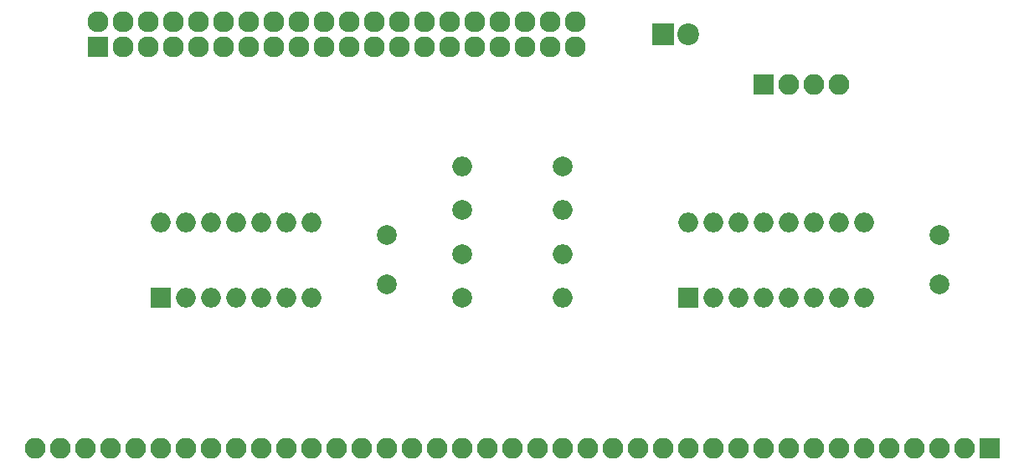
<source format=gbs>
G04 #@! TF.FileFunction,Soldermask,Bot*
%FSLAX46Y46*%
G04 Gerber Fmt 4.6, Leading zero omitted, Abs format (unit mm)*
G04 Created by KiCad (PCBNEW 4.0.6) date 05/15/17 21:17:45*
%MOMM*%
%LPD*%
G01*
G04 APERTURE LIST*
%ADD10C,0.100000*%
%ADD11C,2.000000*%
%ADD12R,2.127200X2.127200*%
%ADD13O,2.127200X2.127200*%
%ADD14R,2.100000X2.100000*%
%ADD15O,2.100000X2.100000*%
%ADD16O,2.000000X2.000000*%
%ADD17R,2.000000X2.000000*%
%ADD18R,2.200000X2.200000*%
%ADD19C,2.200000*%
G04 APERTURE END LIST*
D10*
D11*
X209550000Y-111760000D03*
X209550000Y-116760000D03*
D12*
X124460000Y-92710000D03*
D13*
X124460000Y-90170000D03*
X127000000Y-92710000D03*
X127000000Y-90170000D03*
X129540000Y-92710000D03*
X129540000Y-90170000D03*
X132080000Y-92710000D03*
X132080000Y-90170000D03*
X134620000Y-92710000D03*
X134620000Y-90170000D03*
X137160000Y-92710000D03*
X137160000Y-90170000D03*
X139700000Y-92710000D03*
X139700000Y-90170000D03*
X142240000Y-92710000D03*
X142240000Y-90170000D03*
X144780000Y-92710000D03*
X144780000Y-90170000D03*
X147320000Y-92710000D03*
X147320000Y-90170000D03*
X149860000Y-92710000D03*
X149860000Y-90170000D03*
X152400000Y-92710000D03*
X152400000Y-90170000D03*
X154940000Y-92710000D03*
X154940000Y-90170000D03*
X157480000Y-92710000D03*
X157480000Y-90170000D03*
X160020000Y-92710000D03*
X160020000Y-90170000D03*
X162560000Y-92710000D03*
X162560000Y-90170000D03*
X165100000Y-92710000D03*
X165100000Y-90170000D03*
X167640000Y-92710000D03*
X167640000Y-90170000D03*
X170180000Y-92710000D03*
X170180000Y-90170000D03*
X172720000Y-92710000D03*
X172720000Y-90170000D03*
D14*
X191770000Y-96520000D03*
D15*
X194310000Y-96520000D03*
X196850000Y-96520000D03*
X199390000Y-96520000D03*
D14*
X214630000Y-133350000D03*
D15*
X212090000Y-133350000D03*
X209550000Y-133350000D03*
X207010000Y-133350000D03*
X204470000Y-133350000D03*
X201930000Y-133350000D03*
X199390000Y-133350000D03*
X196850000Y-133350000D03*
X194310000Y-133350000D03*
X191770000Y-133350000D03*
X189230000Y-133350000D03*
X186690000Y-133350000D03*
X184150000Y-133350000D03*
X181610000Y-133350000D03*
X179070000Y-133350000D03*
X176530000Y-133350000D03*
X173990000Y-133350000D03*
X171450000Y-133350000D03*
X168910000Y-133350000D03*
X166370000Y-133350000D03*
X163830000Y-133350000D03*
X161290000Y-133350000D03*
X158750000Y-133350000D03*
X156210000Y-133350000D03*
X153670000Y-133350000D03*
X151130000Y-133350000D03*
X148590000Y-133350000D03*
X146050000Y-133350000D03*
X143510000Y-133350000D03*
X140970000Y-133350000D03*
X138430000Y-133350000D03*
X135890000Y-133350000D03*
X133350000Y-133350000D03*
X130810000Y-133350000D03*
X128270000Y-133350000D03*
X125730000Y-133350000D03*
X123190000Y-133350000D03*
X120650000Y-133350000D03*
X118110000Y-133350000D03*
D11*
X171450000Y-104775000D03*
D16*
X161290000Y-104775000D03*
D11*
X161290000Y-109220000D03*
D16*
X171450000Y-109220000D03*
D11*
X161290000Y-113665000D03*
D16*
X171450000Y-113665000D03*
D11*
X161290000Y-118110000D03*
D16*
X171450000Y-118110000D03*
D17*
X184150000Y-118110000D03*
D16*
X201930000Y-110490000D03*
X186690000Y-118110000D03*
X199390000Y-110490000D03*
X189230000Y-118110000D03*
X196850000Y-110490000D03*
X191770000Y-118110000D03*
X194310000Y-110490000D03*
X194310000Y-118110000D03*
X191770000Y-110490000D03*
X196850000Y-118110000D03*
X189230000Y-110490000D03*
X199390000Y-118110000D03*
X186690000Y-110490000D03*
X201930000Y-118110000D03*
X184150000Y-110490000D03*
D18*
X181610000Y-91440000D03*
D19*
X184150000Y-91440000D03*
D11*
X153670000Y-111760000D03*
X153670000Y-116760000D03*
D17*
X130810000Y-118110000D03*
D16*
X146050000Y-110490000D03*
X133350000Y-118110000D03*
X143510000Y-110490000D03*
X135890000Y-118110000D03*
X140970000Y-110490000D03*
X138430000Y-118110000D03*
X138430000Y-110490000D03*
X140970000Y-118110000D03*
X135890000Y-110490000D03*
X143510000Y-118110000D03*
X133350000Y-110490000D03*
X146050000Y-118110000D03*
X130810000Y-110490000D03*
M02*

</source>
